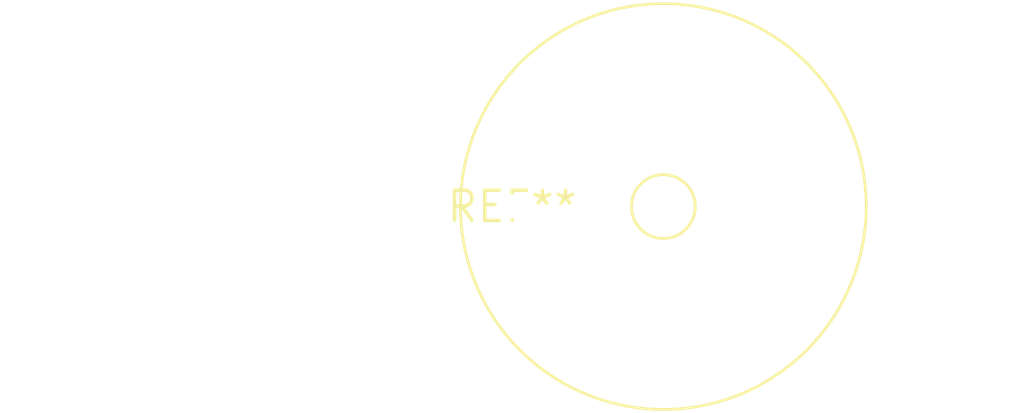
<source format=kicad_pcb>
(kicad_pcb (version 20240108) (generator pcbnew)
  (layers (0 "F.Cu" signal) (31 "B.Cu" signal) (34 "B.Paste" user) (35 "F.Paste" user) (36 "B.SilkS" user "B.Silkscreen") (37 "F.SilkS" user "F.Silkscreen") (38 "B.Mask" user) (39 "F.Mask" user) (44 "Edge.Cuts" user))
  (net 0 "")
  (footprint "L_Radial_D16.8mm_P12.70mm_Vishay_IHB-1" (layer "F.Cu") (at 0 0)
    (property "Reference" "REF**")
    (property "Value" "L_Radial_D16.8mm_P12.70mm_Vishay_IHB-1")
    (fp_circle (center 6.35 0) (end 7.69 0) (layer "F.SilkS") (stroke (width 0.12)) (fill none))
    (fp_circle (center 6.35 0) (end 14.87 0) (layer "F.SilkS") (stroke (width 0.12)) (fill none))
    (pad "1" thru_hole circle (at 0 0) (size 2 2) (drill 1) (layers *.Cu *.Mask) (remove_unused_layers))
    (pad "2" thru_hole circle (at 12.7 0) (size 2 2) (drill 1) (layers *.Cu *.Mask) (remove_unused_layers))
  )
)
</source>
